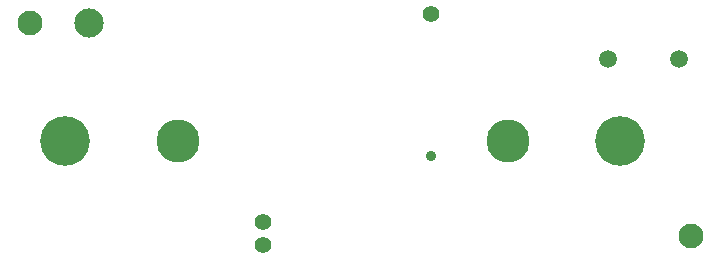
<source format=gbs>
G04 #@! TF.GenerationSoftware,KiCad,Pcbnew,no-vcs-found-e5c4cfc~61~ubuntu16.04.1*
G04 #@! TF.CreationDate,2017-11-03T16:10:43+05:30*
G04 #@! TF.ProjectId,snap_rev2,736E61705F726576322E6B696361645F,rev?*
G04 #@! TF.SameCoordinates,Original*
G04 #@! TF.FileFunction,Soldermask,Bot*
G04 #@! TF.FilePolarity,Negative*
%FSLAX46Y46*%
G04 Gerber Fmt 4.6, Leading zero omitted, Abs format (unit mm)*
G04 Created by KiCad (PCBNEW no-vcs-found-e5c4cfc~61~ubuntu16.04.1) date Fri Nov  3 16:10:43 2017*
%MOMM*%
%LPD*%
G01*
G04 APERTURE LIST*
%ADD10C,3.650000*%
%ADD11C,4.200000*%
%ADD12C,2.480000*%
%ADD13C,0.900000*%
%ADD14C,1.400000*%
%ADD15C,2.100000*%
%ADD16C,1.500000*%
G04 APERTURE END LIST*
D10*
X92470000Y-100000000D03*
D11*
X102000000Y-100000000D03*
X55000000Y-100000000D03*
D10*
X64530000Y-100000000D03*
D12*
X57000000Y-90000000D03*
D13*
X86000000Y-101250000D03*
D14*
X86000000Y-89250000D03*
D15*
X108000000Y-108000000D03*
D16*
X101000000Y-93000000D03*
X107000000Y-93000000D03*
D15*
X52000000Y-90000000D03*
D14*
X71750000Y-106850000D03*
X71750000Y-108750000D03*
M02*

</source>
